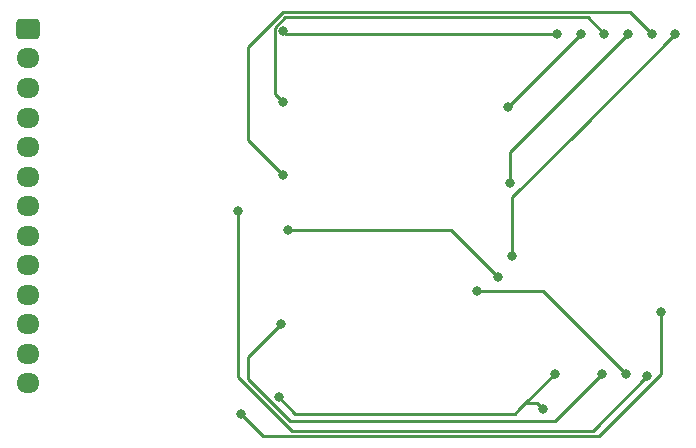
<source format=gbr>
%TF.GenerationSoftware,KiCad,Pcbnew,6.0.5*%
%TF.CreationDate,2022-06-29T09:43:05+02:00*%
%TF.ProjectId,Flux_BMS,466c7578-5f42-44d5-932e-6b696361645f,rev?*%
%TF.SameCoordinates,Original*%
%TF.FileFunction,Copper,L4,Bot*%
%TF.FilePolarity,Positive*%
%FSLAX46Y46*%
G04 Gerber Fmt 4.6, Leading zero omitted, Abs format (unit mm)*
G04 Created by KiCad (PCBNEW 6.0.5) date 2022-06-29 09:43:05*
%MOMM*%
%LPD*%
G01*
G04 APERTURE LIST*
G04 Aperture macros list*
%AMRoundRect*
0 Rectangle with rounded corners*
0 $1 Rounding radius*
0 $2 $3 $4 $5 $6 $7 $8 $9 X,Y pos of 4 corners*
0 Add a 4 corners polygon primitive as box body*
4,1,4,$2,$3,$4,$5,$6,$7,$8,$9,$2,$3,0*
0 Add four circle primitives for the rounded corners*
1,1,$1+$1,$2,$3*
1,1,$1+$1,$4,$5*
1,1,$1+$1,$6,$7*
1,1,$1+$1,$8,$9*
0 Add four rect primitives between the rounded corners*
20,1,$1+$1,$2,$3,$4,$5,0*
20,1,$1+$1,$4,$5,$6,$7,0*
20,1,$1+$1,$6,$7,$8,$9,0*
20,1,$1+$1,$8,$9,$2,$3,0*%
G04 Aperture macros list end*
%TA.AperFunction,ComponentPad*%
%ADD10RoundRect,0.250000X-0.725000X0.600000X-0.725000X-0.600000X0.725000X-0.600000X0.725000X0.600000X0*%
%TD*%
%TA.AperFunction,ComponentPad*%
%ADD11O,1.950000X1.700000*%
%TD*%
%TA.AperFunction,ViaPad*%
%ADD12C,0.800000*%
%TD*%
%TA.AperFunction,Conductor*%
%ADD13C,0.250000*%
%TD*%
G04 APERTURE END LIST*
D10*
%TO.P,J1,1,Pin_1*%
%TO.N,/LTC6811/CELL+_12*%
X79200000Y-55200000D03*
D11*
%TO.P,J1,2,Pin_2*%
%TO.N,/LTC6811/CELL+_11*%
X79200000Y-57700000D03*
%TO.P,J1,3,Pin_3*%
%TO.N,/LTC6811/CELL+_10*%
X79200000Y-60200000D03*
%TO.P,J1,4,Pin_4*%
%TO.N,/LTC6811/CELL+_9*%
X79200000Y-62700000D03*
%TO.P,J1,5,Pin_5*%
%TO.N,/LTC6811/CELL+_8*%
X79200000Y-65200000D03*
%TO.P,J1,6,Pin_6*%
%TO.N,/LTC6811/CELL+_7*%
X79200000Y-67700000D03*
%TO.P,J1,7,Pin_7*%
%TO.N,/LTC6811/CELL+_6*%
X79200000Y-70200000D03*
%TO.P,J1,8,Pin_8*%
%TO.N,/LTC6811/CELL+_5*%
X79200000Y-72700000D03*
%TO.P,J1,9,Pin_9*%
%TO.N,/LTC6811/CELL+_4*%
X79200000Y-75200000D03*
%TO.P,J1,10,Pin_10*%
%TO.N,/LTC6811/CELL+_3*%
X79200000Y-77700000D03*
%TO.P,J1,11,Pin_11*%
%TO.N,/LTC6811/CELL+_2*%
X79200000Y-80200000D03*
%TO.P,J1,12,Pin_12*%
%TO.N,/LTC6811/CELL+_1*%
X79200000Y-82700000D03*
%TO.P,J1,13,Pin_13*%
%TO.N,/LTC6811/CELL-_1*%
X79200000Y-85200000D03*
%TD*%
D12*
%TO.N,/LTC6811/SENSE+_10*%
X126000000Y-55600000D03*
X119800000Y-61800000D03*
%TO.N,/LTC6811/SENSE+_8*%
X130000000Y-55600000D03*
X120000000Y-68200000D03*
%TO.N,/LTC6811/SENSE+_7*%
X132000000Y-55600000D03*
X100800000Y-67600000D03*
%TO.N,/LTC6811/SENSE+_6*%
X120200000Y-74400000D03*
X134000000Y-55600000D03*
%TO.N,/LTC6811/SENSE+_5*%
X131600000Y-84600000D03*
X97000000Y-70600000D03*
%TO.N,/LTC6811/SENSE+_4*%
X117200000Y-77400000D03*
X129800000Y-84400000D03*
%TO.N,/LTC6811/SENSE+_11*%
X100800000Y-55400000D03*
X124000000Y-55600000D03*
%TO.N,/LTC6811/SENSE+_3*%
X127800000Y-84400000D03*
X100600000Y-80200000D03*
%TO.N,/LTC6811/SENSE+_1*%
X123800000Y-84400000D03*
X122800000Y-87400000D03*
X100400000Y-86400000D03*
%TO.N,/LTC6811/BALANCE_5*%
X101200000Y-72200000D03*
X119000000Y-76200000D03*
%TO.N,/LTC6811/BALANCE_1*%
X132800000Y-79200000D03*
X97200000Y-87800000D03*
%TO.N,/LTC6811/SENSE+_9*%
X128000000Y-55600000D03*
X100800000Y-61400000D03*
%TD*%
D13*
%TO.N,/LTC6811/SENSE+_10*%
X126000000Y-55600000D02*
X119800000Y-61800000D01*
%TO.N,/LTC6811/SENSE+_8*%
X120000000Y-65600000D02*
X120000000Y-68200000D01*
X130000000Y-55600000D02*
X120000000Y-65600000D01*
%TO.N,/LTC6811/SENSE+_7*%
X130150480Y-53750480D02*
X128350480Y-53750480D01*
X132000000Y-55600000D02*
X130150480Y-53750480D01*
X97800000Y-56739668D02*
X97800000Y-64600000D01*
X100789188Y-53750480D02*
X97800000Y-56739668D01*
X97800000Y-64600000D02*
X100800000Y-67600000D01*
X128350480Y-53750480D02*
X100789188Y-53750480D01*
%TO.N,/LTC6811/SENSE+_6*%
X120200000Y-69400000D02*
X120200000Y-74400000D01*
X125800000Y-63800000D02*
X120200000Y-69400000D01*
X134000000Y-55600000D02*
X125800000Y-63800000D01*
%TO.N,/LTC6811/SENSE+_5*%
X131600000Y-84600000D02*
X127000000Y-89200000D01*
X127000000Y-89200000D02*
X101539668Y-89200000D01*
X97000000Y-84660332D02*
X97000000Y-70600000D01*
X101539668Y-89200000D02*
X97000000Y-84660332D01*
%TO.N,/LTC6811/SENSE+_4*%
X129800000Y-84400000D02*
X122800000Y-77400000D01*
X122800000Y-77400000D02*
X117200000Y-77400000D01*
%TO.N,/LTC6811/SENSE+_11*%
X124000000Y-55600000D02*
X101000000Y-55600000D01*
X101000000Y-55600000D02*
X100800000Y-55400000D01*
%TO.N,/LTC6811/SENSE+_3*%
X127800000Y-84400000D02*
X123800000Y-88400000D01*
X123800000Y-88400000D02*
X101375386Y-88400000D01*
X97800000Y-84824614D02*
X97800000Y-83000000D01*
X97800000Y-83000000D02*
X100600000Y-80200000D01*
X101375386Y-88400000D02*
X97800000Y-84824614D01*
%TO.N,/LTC6811/SENSE+_1*%
X122800000Y-87400000D02*
X122300000Y-86900000D01*
X101800000Y-87800000D02*
X100400000Y-86400000D01*
X123800000Y-84400000D02*
X121300000Y-86900000D01*
X120800000Y-87400000D02*
X120400000Y-87800000D01*
X122300000Y-86900000D02*
X121300000Y-86900000D01*
X120400000Y-87800000D02*
X101800000Y-87800000D01*
X121300000Y-86900000D02*
X120800000Y-87400000D01*
%TO.N,/LTC6811/BALANCE_5*%
X115000000Y-72200000D02*
X119000000Y-76200000D01*
X101200000Y-72200000D02*
X115000000Y-72200000D01*
%TO.N,/LTC6811/BALANCE_1*%
X132800000Y-79200000D02*
X132800000Y-84424614D01*
X99049520Y-89649520D02*
X97200000Y-87800000D01*
X127575094Y-89649520D02*
X99049520Y-89649520D01*
X132800000Y-84424614D02*
X127575094Y-89649520D01*
%TO.N,/LTC6811/SENSE+_9*%
X128000000Y-55600000D02*
X126600000Y-54200000D01*
X100075489Y-55099897D02*
X100075489Y-60675489D01*
X100975386Y-54200000D02*
X100075489Y-55099897D01*
X100075489Y-60675489D02*
X100800000Y-61400000D01*
X126600000Y-54200000D02*
X100975386Y-54200000D01*
%TD*%
M02*

</source>
